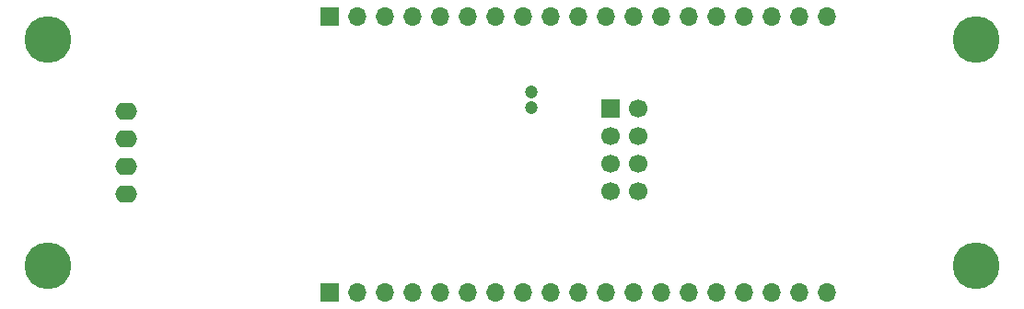
<source format=gbr>
%TF.GenerationSoftware,KiCad,Pcbnew,(6.0.1)*%
%TF.CreationDate,2023-03-10T13:51:45+01:00*%
%TF.ProjectId,openDTU_wDisplay,6f70656e-4454-4555-9f77-446973706c61,rev?*%
%TF.SameCoordinates,Original*%
%TF.FileFunction,Soldermask,Bot*%
%TF.FilePolarity,Negative*%
%FSLAX46Y46*%
G04 Gerber Fmt 4.6, Leading zero omitted, Abs format (unit mm)*
G04 Created by KiCad (PCBNEW (6.0.1)) date 2023-03-10 13:51:45*
%MOMM*%
%LPD*%
G01*
G04 APERTURE LIST*
%ADD10R,1.700000X1.700000*%
%ADD11C,1.700000*%
%ADD12C,1.200000*%
%ADD13C,4.300000*%
%ADD14O,2.000000X1.600000*%
%ADD15O,1.700000X1.700000*%
G04 APERTURE END LIST*
D10*
%TO.C,NRF24L01+1*%
X146748500Y-81040000D03*
D11*
X149288500Y-81040000D03*
X146748500Y-83580000D03*
X149288500Y-83580000D03*
X146748500Y-86120000D03*
X149288500Y-86120000D03*
X146748500Y-88660000D03*
X149288500Y-88660000D03*
%TD*%
D12*
%TO.C,C1*%
X139446000Y-79514000D03*
X139446000Y-81014000D03*
%TD*%
D13*
%TO.C,REF\u002A\u002A*%
X180340000Y-74676000D03*
%TD*%
D14*
%TO.C,SSD1306*%
X102176000Y-88964000D03*
X102176000Y-86424000D03*
X102176000Y-83884000D03*
X102176000Y-81344000D03*
%TD*%
D13*
%TO.C,REF\u002A\u002A*%
X94996000Y-74676000D03*
%TD*%
%TO.C,REF\u002A\u002A*%
X180340000Y-95504000D03*
%TD*%
%TO.C,REF\u002A\u002A*%
X94996000Y-95504000D03*
%TD*%
D10*
%TO.C,ESP32NodeMCU1*%
X120914000Y-72591500D03*
D15*
X123454000Y-72591500D03*
X125994000Y-72591500D03*
X128534000Y-72591500D03*
X131074000Y-72591500D03*
X133614000Y-72591500D03*
X136154000Y-72591500D03*
X138694000Y-72591500D03*
X141234000Y-72591500D03*
X143774000Y-72591500D03*
X146314000Y-72591500D03*
X148854000Y-72591500D03*
X151394000Y-72591500D03*
X153934000Y-72591500D03*
X156474000Y-72591500D03*
X159014000Y-72591500D03*
X161554000Y-72591500D03*
X164094000Y-72591500D03*
X166634000Y-72591500D03*
X166634000Y-97991500D03*
X164094000Y-97991500D03*
X161554000Y-97991500D03*
X159014000Y-97991500D03*
X156474000Y-97991500D03*
X153934000Y-97991500D03*
X151394000Y-97991500D03*
X148854000Y-97991500D03*
X146314000Y-97991500D03*
X143774000Y-97991500D03*
X141234000Y-97991500D03*
X138694000Y-97991500D03*
X136154000Y-97991500D03*
X133614000Y-97991500D03*
X131074000Y-97991500D03*
X128534000Y-97991500D03*
X125994000Y-97991500D03*
X123454000Y-97991500D03*
D10*
X120914000Y-97991500D03*
%TD*%
M02*

</source>
